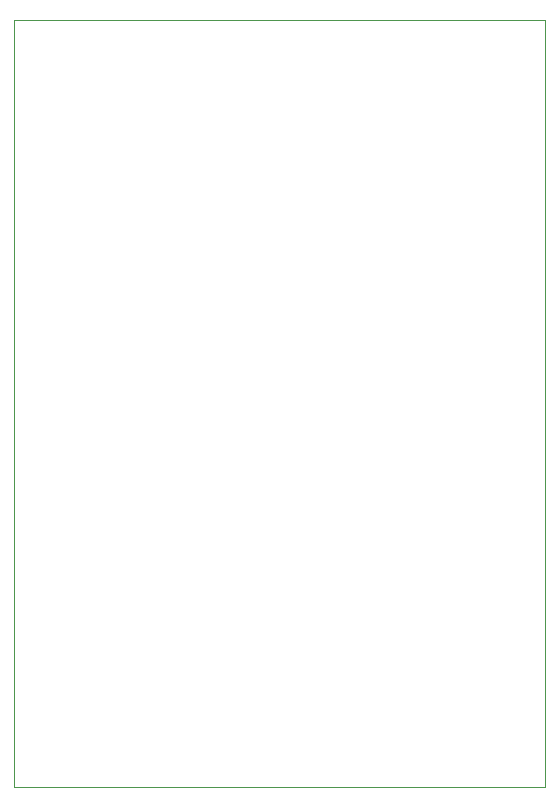
<source format=gbr>
G04 #@! TF.GenerationSoftware,KiCad,Pcbnew,(5.1.5)-3*
G04 #@! TF.CreationDate,2020-05-08T00:45:14-06:00*
G04 #@! TF.ProjectId,vibration,76696272-6174-4696-9f6e-2e6b69636164,rev?*
G04 #@! TF.SameCoordinates,Original*
G04 #@! TF.FileFunction,Profile,NP*
%FSLAX46Y46*%
G04 Gerber Fmt 4.6, Leading zero omitted, Abs format (unit mm)*
G04 Created by KiCad (PCBNEW (5.1.5)-3) date 2020-05-08 00:45:14*
%MOMM*%
%LPD*%
G04 APERTURE LIST*
%ADD10C,0.050000*%
G04 APERTURE END LIST*
D10*
X60000000Y-85000000D02*
X105000000Y-85000000D01*
X105000000Y-150000000D02*
X105000000Y-85000000D01*
X60000000Y-150000000D02*
X105000000Y-150000000D01*
X60000000Y-85000000D02*
X60000000Y-150000000D01*
M02*

</source>
